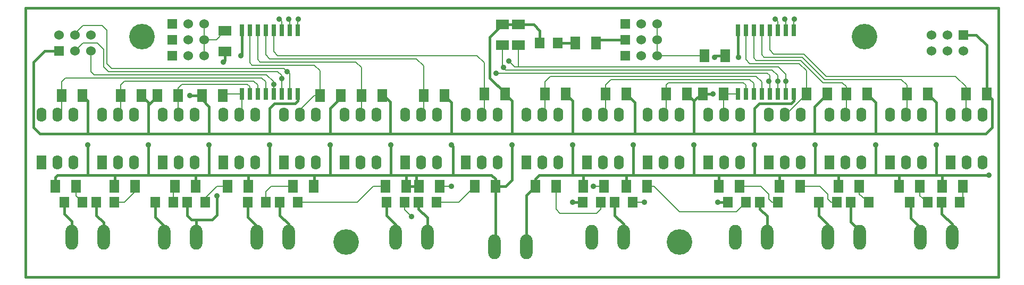
<source format=gtl>
G04 (created by PCBNEW-RS274X (2012-01-19 BZR 3256)-stable) date mar. 15 mai 2012 18:10:56 CEST*
G01*
G70*
G90*
%MOIN*%
G04 Gerber Fmt 3.4, Leading zero omitted, Abs format*
%FSLAX34Y34*%
G04 APERTURE LIST*
%ADD10C,0.006000*%
%ADD11C,0.015000*%
%ADD12R,0.060000X0.060000*%
%ADD13C,0.060000*%
%ADD14R,0.060000X0.080000*%
%ADD15R,0.062000X0.090000*%
%ADD16O,0.062000X0.090000*%
%ADD17R,0.062900X0.070900*%
%ADD18O,0.078000X0.156000*%
%ADD19R,0.080000X0.060000*%
%ADD20R,0.025000X0.075000*%
%ADD21C,0.160000*%
%ADD22C,0.035000*%
%ADD23C,0.015900*%
%ADD24C,0.008000*%
G04 APERTURE END LIST*
G54D10*
G54D11*
X90700Y-61700D02*
X90700Y-44800D01*
X29700Y-61700D02*
X90700Y-61700D01*
X29700Y-44800D02*
X29700Y-61700D01*
X90700Y-44800D02*
X29700Y-44800D01*
G54D12*
X67300Y-47800D03*
G54D13*
X68300Y-47800D03*
X69300Y-47800D03*
G54D12*
X67300Y-46800D03*
G54D13*
X68300Y-46800D03*
X69300Y-46800D03*
G54D12*
X67300Y-45800D03*
G54D13*
X68300Y-45800D03*
X69300Y-45800D03*
G54D14*
X73550Y-47800D03*
X72250Y-47800D03*
G54D15*
X61100Y-54500D03*
G54D16*
X62100Y-54500D03*
X63100Y-54500D03*
X63100Y-51500D03*
X62100Y-51500D03*
X61100Y-51500D03*
G54D15*
X64900Y-54500D03*
G54D16*
X65900Y-54500D03*
X66900Y-54500D03*
X66900Y-51500D03*
X65900Y-51500D03*
X64900Y-51500D03*
G54D15*
X68700Y-54500D03*
G54D16*
X69700Y-54500D03*
X70700Y-54500D03*
X70700Y-51500D03*
X69700Y-51500D03*
X68700Y-51500D03*
G54D15*
X72500Y-54500D03*
G54D16*
X73500Y-54500D03*
X74500Y-54500D03*
X74500Y-51500D03*
X73500Y-51500D03*
X72500Y-51500D03*
G54D15*
X76300Y-54500D03*
G54D16*
X77300Y-54500D03*
X78300Y-54500D03*
X78300Y-51500D03*
X77300Y-51500D03*
X76300Y-51500D03*
G54D15*
X80100Y-54500D03*
G54D16*
X81100Y-54500D03*
X82100Y-54500D03*
X82100Y-51500D03*
X81100Y-51500D03*
X80100Y-51500D03*
G54D15*
X83900Y-54500D03*
G54D16*
X84900Y-54500D03*
X85900Y-54500D03*
X85900Y-51500D03*
X84900Y-51500D03*
X83900Y-51500D03*
G54D15*
X87700Y-54500D03*
G54D16*
X88700Y-54500D03*
X89700Y-54500D03*
X89700Y-51500D03*
X88700Y-51500D03*
X87700Y-51500D03*
G54D14*
X63550Y-50200D03*
X62250Y-50200D03*
X67350Y-50200D03*
X66050Y-50200D03*
X71150Y-50200D03*
X69850Y-50200D03*
X72150Y-50200D03*
X73450Y-50200D03*
X79950Y-50200D03*
X78650Y-50200D03*
X82450Y-50200D03*
X81150Y-50200D03*
X86250Y-50200D03*
X84950Y-50200D03*
X89950Y-50200D03*
X88650Y-50200D03*
X62950Y-56000D03*
X61650Y-56000D03*
X65950Y-56000D03*
X64650Y-56000D03*
X68650Y-56000D03*
X67350Y-56000D03*
X74450Y-56000D03*
X73150Y-56000D03*
X78250Y-56000D03*
X76950Y-56000D03*
X81950Y-56000D03*
X80650Y-56000D03*
X85750Y-56000D03*
X84450Y-56000D03*
X88450Y-56000D03*
X87150Y-56000D03*
X55650Y-56000D03*
X54350Y-56000D03*
X57850Y-56000D03*
X59150Y-56000D03*
G54D15*
X30700Y-54500D03*
G54D16*
X31700Y-54500D03*
X32700Y-54500D03*
X32700Y-51500D03*
X31700Y-51500D03*
X30700Y-51500D03*
G54D15*
X34500Y-54500D03*
G54D16*
X35500Y-54500D03*
X36500Y-54500D03*
X36500Y-51500D03*
X35500Y-51500D03*
X34500Y-51500D03*
G54D15*
X38300Y-54500D03*
G54D16*
X39300Y-54500D03*
X40300Y-54500D03*
X40300Y-51500D03*
X39300Y-51500D03*
X38300Y-51500D03*
G54D15*
X42100Y-54500D03*
G54D16*
X43100Y-54500D03*
X44100Y-54500D03*
X44100Y-51500D03*
X43100Y-51500D03*
X42100Y-51500D03*
G54D15*
X45900Y-54500D03*
G54D16*
X46900Y-54500D03*
X47900Y-54500D03*
X47900Y-51500D03*
X46900Y-51500D03*
X45900Y-51500D03*
G54D15*
X49700Y-54500D03*
G54D16*
X50700Y-54500D03*
X51700Y-54500D03*
X51700Y-51500D03*
X50700Y-51500D03*
X49700Y-51500D03*
G54D15*
X53500Y-54500D03*
G54D16*
X54500Y-54500D03*
X55500Y-54500D03*
X55500Y-51500D03*
X54500Y-51500D03*
X53500Y-51500D03*
G54D15*
X57300Y-54500D03*
G54D16*
X58300Y-54500D03*
X59300Y-54500D03*
X59300Y-51500D03*
X58300Y-51500D03*
X57300Y-51500D03*
G54D14*
X52250Y-56000D03*
X53550Y-56000D03*
X46450Y-56000D03*
X47750Y-56000D03*
X42350Y-56000D03*
X43650Y-56000D03*
X39050Y-56000D03*
X40350Y-56000D03*
X36550Y-56000D03*
X35250Y-56000D03*
X32850Y-56000D03*
X31550Y-56000D03*
X59750Y-50200D03*
X58450Y-50200D03*
X55950Y-50300D03*
X54650Y-50300D03*
X52050Y-50300D03*
X50750Y-50300D03*
X49450Y-50300D03*
X48150Y-50300D03*
X40750Y-50300D03*
X42050Y-50300D03*
X37950Y-50300D03*
X39250Y-50300D03*
X36950Y-50300D03*
X35650Y-50300D03*
X33250Y-50300D03*
X31950Y-50300D03*
G54D17*
X39841Y-57000D03*
X40959Y-57000D03*
X37841Y-57000D03*
X38959Y-57000D03*
X34141Y-57000D03*
X35259Y-57000D03*
X32141Y-57000D03*
X33259Y-57000D03*
G54D18*
X52910Y-59200D03*
X54880Y-59200D03*
X44210Y-59200D03*
X46180Y-59200D03*
X38410Y-59200D03*
X40380Y-59200D03*
X32610Y-59200D03*
X34580Y-59200D03*
X85810Y-59200D03*
X87780Y-59200D03*
X80010Y-59200D03*
X81980Y-59200D03*
X74210Y-59200D03*
X76180Y-59200D03*
X65210Y-59200D03*
X67180Y-59200D03*
G54D17*
X54341Y-57000D03*
X55459Y-57000D03*
X52341Y-57000D03*
X53459Y-57000D03*
X45641Y-57000D03*
X46759Y-57000D03*
X43641Y-57000D03*
X44759Y-57000D03*
X87141Y-57000D03*
X88259Y-57000D03*
X85141Y-57000D03*
X86259Y-57000D03*
X81441Y-57000D03*
X82559Y-57000D03*
X79441Y-57000D03*
X80559Y-57000D03*
X75741Y-57000D03*
X76859Y-57000D03*
X73741Y-57000D03*
X74859Y-57000D03*
X66641Y-57000D03*
X67759Y-57000D03*
X64641Y-57000D03*
X65759Y-57000D03*
G54D19*
X60600Y-45850D03*
X60600Y-47150D03*
X59600Y-45850D03*
X59600Y-47150D03*
G54D12*
X31800Y-47500D03*
G54D13*
X31800Y-46500D03*
X32800Y-47500D03*
X32800Y-46500D03*
X33800Y-47500D03*
X33800Y-46500D03*
G54D12*
X88500Y-46500D03*
G54D13*
X88500Y-47500D03*
X87500Y-46500D03*
X87500Y-47500D03*
X86500Y-46500D03*
X86500Y-47500D03*
G54D18*
X59110Y-59800D03*
X61080Y-59800D03*
G54D12*
X38900Y-47800D03*
G54D13*
X39900Y-47800D03*
X40900Y-47800D03*
G54D12*
X38900Y-46800D03*
G54D13*
X39900Y-46800D03*
X40900Y-46800D03*
G54D12*
X38900Y-45800D03*
G54D13*
X39900Y-45800D03*
X40900Y-45800D03*
G54D19*
X42200Y-47550D03*
X42200Y-46250D03*
G54D20*
X46750Y-46200D03*
X46250Y-46200D03*
X45750Y-46200D03*
X45250Y-46200D03*
X44750Y-46200D03*
X44250Y-46200D03*
X43750Y-46200D03*
X43250Y-46200D03*
X43250Y-50200D03*
X43750Y-50200D03*
X44250Y-50200D03*
X44750Y-50200D03*
X45250Y-50200D03*
X45750Y-50200D03*
X46250Y-50200D03*
X46750Y-50200D03*
X77850Y-46200D03*
X77350Y-46200D03*
X76850Y-46200D03*
X76350Y-46200D03*
X75850Y-46200D03*
X75350Y-46200D03*
X74850Y-46200D03*
X74350Y-46200D03*
X74350Y-50200D03*
X74850Y-50200D03*
X75350Y-50200D03*
X75850Y-50200D03*
X76350Y-50200D03*
X76850Y-50200D03*
X77350Y-50200D03*
X77850Y-50200D03*
G54D14*
X64150Y-47000D03*
X65450Y-47000D03*
G54D17*
X61941Y-47000D03*
X63059Y-47000D03*
G54D21*
X37000Y-46600D03*
X82300Y-46600D03*
X70700Y-59500D03*
X49800Y-59500D03*
G54D22*
X72900Y-47900D03*
X72800Y-50200D03*
X40000Y-50300D03*
X42100Y-48200D03*
X59200Y-48900D03*
X45250Y-49600D03*
X76300Y-49400D03*
X73100Y-57000D03*
X64000Y-57000D03*
X41700Y-56600D03*
X45750Y-49250D03*
X59650Y-48550D03*
X76850Y-49400D03*
X60000Y-48150D03*
X77350Y-49400D03*
X46100Y-48800D03*
X43200Y-47800D03*
X74400Y-47900D03*
X45000Y-53400D03*
X60200Y-53400D03*
X33600Y-53400D03*
X71600Y-53400D03*
X90100Y-55300D03*
X83000Y-53400D03*
X41200Y-53400D03*
X79200Y-53400D03*
X75400Y-53400D03*
X67800Y-53400D03*
X64000Y-53400D03*
X86800Y-53400D03*
X37400Y-53400D03*
X48800Y-53400D03*
X56400Y-53400D03*
X52600Y-53400D03*
X68500Y-57000D03*
X65300Y-56000D03*
X46200Y-45500D03*
X77900Y-45500D03*
X76700Y-45500D03*
X56400Y-56000D03*
X53900Y-57900D03*
X77300Y-45500D03*
X45600Y-45500D03*
X46800Y-45500D03*
G54D23*
X73000Y-47800D02*
X73550Y-47800D01*
X72900Y-47900D02*
X73000Y-47800D01*
X49450Y-50300D02*
X49450Y-50450D01*
X52800Y-52700D02*
X53500Y-52700D01*
X59600Y-45850D02*
X60600Y-45850D01*
X83000Y-52700D02*
X83000Y-50750D01*
X56400Y-52700D02*
X56600Y-52700D01*
X89700Y-52700D02*
X89900Y-52700D01*
X89900Y-52700D02*
X90300Y-52300D01*
X45300Y-50800D02*
X45000Y-51100D01*
X46600Y-50800D02*
X45300Y-50800D01*
X46750Y-50650D02*
X46600Y-50800D01*
X67900Y-50750D02*
X67350Y-50200D01*
X49000Y-52700D02*
X49600Y-52700D01*
X89950Y-47150D02*
X89300Y-46500D01*
X64000Y-52700D02*
X67900Y-52700D01*
X86800Y-52700D02*
X86800Y-50750D01*
X79950Y-50200D02*
X79150Y-51000D01*
X83000Y-52700D02*
X86800Y-52700D01*
X46750Y-50200D02*
X46750Y-50650D01*
X71600Y-52700D02*
X75400Y-52700D01*
X40750Y-50550D02*
X41200Y-51000D01*
X89950Y-50200D02*
X89950Y-47150D01*
X60200Y-52700D02*
X60500Y-52700D01*
X30900Y-47500D02*
X30200Y-48200D01*
X57300Y-52700D02*
X60200Y-52700D01*
X83000Y-50750D02*
X82450Y-50200D01*
X77700Y-50800D02*
X75700Y-50800D01*
X56600Y-52700D02*
X57300Y-52700D01*
X64000Y-50650D02*
X63550Y-50200D01*
X33800Y-52700D02*
X37400Y-52700D01*
X77850Y-50650D02*
X77700Y-50800D01*
X75700Y-50800D02*
X75400Y-51100D01*
X79150Y-52700D02*
X79200Y-52700D01*
X58800Y-46650D02*
X59600Y-45850D01*
X30600Y-52700D02*
X33600Y-52700D01*
X33600Y-52700D02*
X33800Y-52700D01*
X41400Y-52700D02*
X41700Y-52700D01*
X41200Y-51000D02*
X41200Y-52700D01*
X52700Y-52700D02*
X52800Y-52700D01*
X59750Y-50200D02*
X59750Y-50150D01*
X77850Y-50200D02*
X77850Y-50650D01*
X61941Y-46241D02*
X61941Y-47000D01*
X86800Y-50750D02*
X86250Y-50200D01*
X53500Y-52700D02*
X56400Y-52700D01*
X61550Y-45850D02*
X61941Y-46241D01*
X67900Y-52700D02*
X71600Y-52700D01*
X89300Y-46500D02*
X88500Y-46500D01*
X72050Y-50200D02*
X71600Y-50650D01*
X30200Y-48200D02*
X30200Y-52300D01*
X41700Y-52700D02*
X45000Y-52700D01*
X60600Y-45850D02*
X61550Y-45850D01*
X64000Y-52700D02*
X64000Y-50650D01*
X37400Y-52700D02*
X37600Y-52700D01*
X48800Y-52700D02*
X49000Y-52700D01*
X52150Y-50300D02*
X52550Y-50700D01*
X52550Y-50700D02*
X52550Y-52700D01*
X52050Y-50300D02*
X52150Y-50300D01*
X56400Y-50750D02*
X56400Y-52700D01*
X55950Y-50300D02*
X56400Y-50750D01*
X31800Y-47500D02*
X30900Y-47500D01*
X37600Y-52700D02*
X37800Y-52700D01*
X60200Y-50650D02*
X59750Y-50200D01*
X75400Y-52700D02*
X79200Y-52700D01*
X37800Y-52700D02*
X41200Y-52700D01*
X40750Y-50300D02*
X40750Y-50550D01*
X60500Y-52700D02*
X64000Y-52700D01*
X86800Y-52700D02*
X89700Y-52700D01*
X45200Y-52700D02*
X45600Y-52700D01*
X42100Y-48200D02*
X42200Y-48100D01*
X42200Y-48100D02*
X42200Y-47550D01*
X40750Y-50300D02*
X40000Y-50300D01*
X45000Y-51100D02*
X45000Y-52700D01*
X45600Y-52700D02*
X48800Y-52700D01*
X79200Y-52700D02*
X83000Y-52700D01*
X30200Y-52300D02*
X30600Y-52700D01*
X79150Y-51000D02*
X79150Y-52700D01*
X48800Y-51100D02*
X48800Y-52700D01*
X37950Y-50350D02*
X37400Y-50900D01*
X59750Y-50150D02*
X58800Y-49200D01*
X75400Y-51100D02*
X75400Y-52700D01*
X71600Y-52700D02*
X71600Y-50650D01*
X37950Y-50300D02*
X37950Y-50350D01*
X52550Y-52700D02*
X52700Y-52700D01*
X58800Y-49200D02*
X58800Y-46650D01*
X41200Y-52700D02*
X41400Y-52700D01*
X45000Y-52700D02*
X45200Y-52700D01*
X72150Y-50200D02*
X72800Y-50200D01*
X37400Y-50900D02*
X37400Y-50750D01*
X71600Y-50650D02*
X71150Y-50200D01*
X33600Y-50650D02*
X33250Y-50300D01*
X67900Y-52700D02*
X67900Y-50750D01*
X37400Y-52700D02*
X37400Y-50900D01*
X37400Y-50750D02*
X36950Y-50300D01*
X72150Y-50200D02*
X72050Y-50200D01*
X90300Y-50550D02*
X89950Y-50200D01*
X49450Y-50450D02*
X48800Y-51100D01*
X60200Y-52700D02*
X60200Y-50650D01*
X33600Y-52700D02*
X33600Y-50650D01*
X90300Y-52300D02*
X90300Y-50550D01*
X49600Y-52700D02*
X52550Y-52700D01*
G54D24*
X59350Y-48900D02*
X59200Y-48900D01*
X76350Y-49300D02*
X76350Y-49050D01*
X76350Y-49050D02*
X76200Y-48900D01*
X59200Y-48900D02*
X59250Y-48950D01*
X76200Y-48900D02*
X76000Y-48900D01*
X76350Y-49400D02*
X76350Y-49300D01*
X45250Y-49600D02*
X45250Y-50200D01*
X33800Y-47500D02*
X33800Y-48800D01*
X76350Y-50200D02*
X76350Y-49400D01*
X34000Y-49000D02*
X44800Y-49000D01*
X76350Y-49400D02*
X76300Y-49400D01*
X76000Y-48900D02*
X59350Y-48900D01*
X45250Y-49550D02*
X45250Y-49450D01*
X59250Y-48950D02*
X59300Y-48950D01*
X44800Y-49000D02*
X45250Y-49450D01*
X33800Y-48800D02*
X34000Y-49000D01*
X45250Y-49550D02*
X45250Y-49600D01*
X76350Y-49300D02*
X76350Y-49250D01*
X45500Y-47800D02*
X58000Y-47800D01*
X58450Y-48250D02*
X58450Y-50200D01*
X58000Y-47800D02*
X58450Y-48250D01*
X45250Y-47550D02*
X45500Y-47800D01*
X58450Y-50200D02*
X58450Y-51350D01*
X58450Y-51350D02*
X58300Y-51500D01*
X45250Y-46200D02*
X45250Y-47550D01*
X54650Y-51350D02*
X54500Y-51500D01*
X54200Y-48000D02*
X54650Y-48450D01*
X44750Y-46200D02*
X44750Y-47750D01*
X54650Y-48450D02*
X54650Y-50300D01*
X44750Y-47750D02*
X45000Y-48000D01*
X45000Y-48000D02*
X54200Y-48000D01*
X54650Y-50300D02*
X54650Y-51350D01*
X78900Y-48700D02*
X79700Y-49500D01*
X78300Y-48100D02*
X78900Y-48700D01*
X80900Y-49500D02*
X81150Y-49750D01*
X81150Y-50200D02*
X81150Y-49750D01*
X75350Y-47950D02*
X75350Y-46200D01*
X75350Y-47950D02*
X75500Y-48100D01*
X75500Y-48100D02*
X78300Y-48100D01*
X79700Y-49500D02*
X80900Y-49500D01*
X81150Y-50200D02*
X81150Y-51450D01*
X81150Y-51450D02*
X81100Y-51500D01*
X78650Y-48750D02*
X78650Y-50200D01*
X75100Y-48300D02*
X78200Y-48300D01*
X77300Y-51500D02*
X77350Y-51500D01*
X78200Y-48300D02*
X78650Y-48750D01*
X74850Y-46200D02*
X74850Y-48050D01*
X74850Y-48050D02*
X75100Y-48300D01*
X77350Y-51500D02*
X78650Y-50200D01*
X73450Y-50200D02*
X73450Y-51450D01*
X74350Y-50200D02*
X73450Y-50200D01*
X73450Y-51450D02*
X73500Y-51500D01*
X69850Y-49650D02*
X69850Y-50200D01*
X74850Y-50200D02*
X74850Y-49650D01*
X70000Y-49500D02*
X69850Y-49650D01*
X74700Y-49500D02*
X70000Y-49500D01*
X69850Y-51350D02*
X69700Y-51500D01*
X74850Y-49650D02*
X74700Y-49500D01*
X69850Y-50200D02*
X69850Y-51350D01*
X66050Y-49650D02*
X66050Y-50200D01*
X75350Y-50200D02*
X75350Y-49550D01*
X66400Y-49300D02*
X66050Y-49650D01*
X75100Y-49300D02*
X66400Y-49300D01*
X75350Y-49550D02*
X75100Y-49300D01*
X66050Y-50200D02*
X66050Y-51350D01*
X66050Y-51350D02*
X65900Y-51500D01*
X75500Y-49100D02*
X62600Y-49100D01*
X62600Y-49100D02*
X62250Y-49450D01*
X75850Y-49450D02*
X75500Y-49100D01*
X62250Y-51350D02*
X62100Y-51500D01*
X75850Y-50200D02*
X75850Y-49450D01*
X62250Y-49450D02*
X62250Y-50200D01*
X62250Y-50200D02*
X62250Y-51350D01*
X50750Y-50300D02*
X50750Y-51450D01*
X50750Y-50200D02*
X50750Y-51450D01*
X44400Y-48200D02*
X50400Y-48200D01*
X44250Y-48050D02*
X44400Y-48200D01*
X50400Y-48200D02*
X50750Y-48550D01*
X50750Y-51450D02*
X50700Y-51500D01*
X50750Y-51450D02*
X50700Y-51500D01*
X50750Y-48550D02*
X50750Y-50300D01*
X44250Y-46200D02*
X44250Y-48050D01*
X47800Y-48400D02*
X48150Y-48750D01*
X47800Y-50300D02*
X46900Y-51200D01*
X43750Y-46200D02*
X43750Y-48250D01*
X48150Y-48750D02*
X48150Y-50300D01*
X48150Y-50300D02*
X47800Y-50300D01*
X43750Y-48250D02*
X43900Y-48400D01*
X46900Y-51200D02*
X46900Y-51500D01*
X43900Y-48400D02*
X47800Y-48400D01*
X43250Y-50200D02*
X43250Y-51350D01*
X43250Y-51350D02*
X43100Y-51500D01*
X43250Y-50200D02*
X42150Y-50200D01*
X42150Y-50200D02*
X42050Y-50300D01*
X43600Y-49600D02*
X39500Y-49600D01*
X39250Y-50300D02*
X39250Y-51450D01*
X43750Y-49750D02*
X43600Y-49600D01*
X39250Y-51450D02*
X39300Y-51500D01*
X43750Y-50200D02*
X43750Y-49750D01*
X39250Y-49850D02*
X39250Y-50300D01*
X39500Y-49600D02*
X39250Y-49850D01*
X35900Y-49400D02*
X44000Y-49400D01*
X44000Y-49400D02*
X44250Y-49650D01*
X44250Y-49650D02*
X44250Y-50200D01*
X35650Y-49650D02*
X35900Y-49400D01*
X35650Y-50300D02*
X35650Y-49650D01*
X35650Y-51350D02*
X35500Y-51500D01*
X35650Y-50300D02*
X35650Y-51350D01*
X44750Y-50200D02*
X44750Y-49450D01*
X31950Y-51250D02*
X31700Y-51500D01*
X31950Y-49450D02*
X31950Y-50300D01*
X44500Y-49200D02*
X32200Y-49200D01*
X31950Y-50300D02*
X31950Y-51250D01*
X32200Y-49200D02*
X31950Y-49450D01*
X44750Y-49450D02*
X44500Y-49200D01*
X85100Y-49100D02*
X88000Y-49100D01*
X76350Y-47450D02*
X76600Y-47700D01*
X76600Y-47700D02*
X78500Y-47700D01*
X78500Y-47700D02*
X79900Y-49100D01*
X79900Y-49100D02*
X85100Y-49100D01*
X76350Y-46200D02*
X76350Y-47450D01*
X88650Y-49750D02*
X88650Y-50200D01*
X88000Y-49100D02*
X88650Y-49750D01*
X88650Y-50200D02*
X88650Y-51450D01*
X88650Y-51450D02*
X88700Y-51500D01*
X79200Y-48700D02*
X79800Y-49300D01*
X78400Y-47900D02*
X79200Y-48700D01*
X84600Y-49300D02*
X84950Y-49650D01*
X84950Y-50200D02*
X84950Y-49650D01*
X75850Y-47750D02*
X75850Y-46200D01*
X75850Y-47750D02*
X76000Y-47900D01*
X76000Y-47900D02*
X78400Y-47900D01*
X79800Y-49300D02*
X84600Y-49300D01*
X84950Y-51450D02*
X84900Y-51500D01*
X84950Y-50200D02*
X84950Y-51450D01*
G54D23*
X54880Y-57980D02*
X54341Y-57441D01*
X54341Y-57441D02*
X54341Y-57000D01*
X54880Y-59200D02*
X54880Y-57980D01*
X52341Y-57841D02*
X52341Y-57000D01*
X52910Y-58410D02*
X52341Y-57841D01*
X52910Y-59200D02*
X52910Y-58410D01*
X81980Y-59200D02*
X81980Y-58780D01*
X81441Y-58241D02*
X81441Y-57000D01*
X81980Y-58780D02*
X81441Y-58241D01*
X80010Y-59200D02*
X80010Y-58410D01*
X80010Y-58410D02*
X79441Y-57841D01*
X79441Y-57841D02*
X79441Y-57000D01*
X76180Y-57880D02*
X75741Y-57441D01*
X76180Y-59200D02*
X76180Y-57880D01*
X75741Y-57441D02*
X75741Y-57000D01*
X73100Y-57000D02*
X73741Y-57000D01*
X66641Y-57841D02*
X66641Y-57000D01*
X67180Y-59200D02*
X67180Y-58380D01*
X67180Y-58380D02*
X66641Y-57841D01*
X64000Y-57000D02*
X64641Y-57000D01*
X46180Y-58380D02*
X45641Y-57841D01*
X45641Y-57841D02*
X45641Y-57000D01*
X46180Y-59200D02*
X46180Y-58380D01*
X44210Y-58510D02*
X43641Y-57941D01*
X43641Y-57941D02*
X43641Y-57000D01*
X44210Y-59200D02*
X44210Y-58510D01*
X41700Y-57800D02*
X41400Y-58100D01*
X41400Y-58100D02*
X41300Y-58100D01*
X41300Y-58100D02*
X40500Y-58100D01*
X39841Y-57841D02*
X40100Y-58100D01*
X41700Y-56600D02*
X41700Y-57800D01*
X39841Y-57800D02*
X39841Y-57841D01*
X39841Y-57800D02*
X39841Y-57000D01*
X40380Y-58400D02*
X40380Y-58100D01*
X40100Y-58100D02*
X40400Y-58100D01*
X40380Y-59120D02*
X40380Y-59200D01*
X40500Y-58100D02*
X40400Y-58100D01*
X40380Y-59200D02*
X40380Y-58400D01*
X40380Y-58100D02*
X40400Y-58100D01*
X40380Y-58400D02*
X40380Y-58380D01*
X37841Y-57941D02*
X37841Y-57000D01*
X38410Y-58510D02*
X37841Y-57941D01*
X38410Y-59200D02*
X38410Y-58510D01*
X34580Y-59200D02*
X34580Y-58280D01*
X34580Y-58280D02*
X34141Y-57841D01*
X34141Y-57841D02*
X34141Y-57000D01*
X32610Y-59200D02*
X32610Y-58210D01*
X32141Y-57741D02*
X32141Y-57000D01*
X32610Y-58210D02*
X32141Y-57741D01*
X87780Y-58380D02*
X87141Y-57741D01*
X87141Y-57741D02*
X87141Y-57000D01*
X87780Y-59200D02*
X87780Y-58380D01*
X85200Y-57159D02*
X85141Y-57000D01*
X85200Y-58000D02*
X85200Y-57159D01*
X85810Y-58610D02*
X85200Y-58000D01*
X85810Y-59200D02*
X85810Y-58610D01*
G54D24*
X45750Y-49250D02*
X45750Y-49450D01*
X76850Y-49050D02*
X76500Y-48700D01*
X76850Y-49400D02*
X76850Y-49050D01*
X45750Y-49050D02*
X45750Y-49250D01*
X76850Y-50200D02*
X76850Y-49400D01*
X59800Y-48700D02*
X65700Y-48700D01*
X45500Y-48800D02*
X45750Y-49050D01*
X59650Y-48550D02*
X59800Y-48700D01*
X59600Y-48500D02*
X59650Y-48550D01*
X59600Y-47150D02*
X59600Y-48500D01*
X32800Y-47500D02*
X33300Y-47000D01*
X34600Y-47400D02*
X34600Y-48518D01*
X33300Y-47000D02*
X34200Y-47000D01*
X76500Y-48700D02*
X65700Y-48700D01*
X34882Y-48800D02*
X45500Y-48800D01*
X45750Y-49450D02*
X45750Y-50200D01*
X34200Y-47000D02*
X34600Y-47400D01*
X34600Y-48518D02*
X34882Y-48800D01*
X33300Y-45900D02*
X34500Y-45900D01*
X46250Y-48950D02*
X46250Y-49450D01*
X77350Y-50200D02*
X77350Y-49400D01*
X34800Y-48300D02*
X35100Y-48600D01*
X35100Y-48600D02*
X45900Y-48600D01*
X46100Y-48800D02*
X46125Y-48825D01*
X45900Y-48600D02*
X46150Y-48850D01*
X46150Y-48850D02*
X46250Y-48950D01*
X32800Y-46500D02*
X32800Y-46400D01*
X46125Y-48825D02*
X46150Y-48800D01*
X46150Y-48800D02*
X46150Y-48850D01*
X34800Y-46200D02*
X34800Y-48300D01*
X60600Y-47150D02*
X60600Y-48518D01*
X76886Y-48518D02*
X60600Y-48518D01*
X60600Y-48518D02*
X60368Y-48518D01*
X46250Y-49450D02*
X46250Y-50200D01*
X77350Y-49400D02*
X77350Y-48982D01*
X34500Y-45900D02*
X34800Y-46200D01*
X77350Y-48982D02*
X76886Y-48518D01*
X32800Y-46400D02*
X33300Y-45900D01*
X60368Y-48518D02*
X60000Y-48150D01*
G54D23*
X74350Y-47850D02*
X74400Y-47900D01*
X43250Y-46200D02*
X43250Y-47750D01*
X65650Y-46800D02*
X65450Y-47000D01*
X67300Y-46800D02*
X65650Y-46800D01*
X74350Y-46200D02*
X74350Y-47850D01*
X43250Y-47750D02*
X43200Y-47800D01*
X43650Y-56000D02*
X43650Y-55300D01*
X45000Y-55300D02*
X46600Y-55300D01*
X53100Y-55300D02*
X53500Y-55300D01*
X64700Y-55300D02*
X67400Y-55300D01*
X47800Y-55950D02*
X47750Y-56000D01*
X48800Y-55300D02*
X51800Y-55300D01*
X59150Y-55550D02*
X58900Y-55300D01*
X47800Y-55300D02*
X48800Y-55300D01*
X79200Y-55300D02*
X80600Y-55300D01*
X61080Y-59800D02*
X61080Y-56570D01*
X47800Y-55300D02*
X47800Y-55950D01*
X77000Y-55300D02*
X79200Y-55300D01*
X43650Y-55300D02*
X43700Y-55300D01*
X42800Y-55300D02*
X43700Y-55300D01*
X73150Y-56000D02*
X73150Y-55300D01*
X43900Y-55300D02*
X45000Y-55300D01*
X45000Y-55300D02*
X45000Y-53400D01*
X80650Y-55300D02*
X80600Y-55300D01*
X54350Y-56000D02*
X53550Y-56000D01*
X35300Y-55300D02*
X35300Y-55950D01*
X84450Y-55300D02*
X84500Y-55300D01*
X40350Y-56000D02*
X40350Y-55300D01*
X51800Y-55300D02*
X52600Y-55300D01*
X64000Y-55300D02*
X64700Y-55300D01*
X61900Y-55300D02*
X64000Y-55300D01*
X61650Y-56000D02*
X61650Y-55550D01*
X46600Y-55300D02*
X47800Y-55300D01*
X59150Y-59760D02*
X59110Y-59800D01*
X56500Y-55300D02*
X54200Y-55300D01*
X58900Y-55300D02*
X56500Y-55300D01*
X60200Y-53400D02*
X60200Y-55600D01*
X53550Y-56000D02*
X53550Y-55300D01*
X73150Y-55300D02*
X73200Y-55300D01*
X87150Y-55550D02*
X87150Y-55500D01*
X60200Y-55600D02*
X59800Y-56000D01*
X87150Y-55500D02*
X87150Y-56000D01*
X73200Y-55300D02*
X75400Y-55300D01*
X75400Y-55300D02*
X77000Y-55300D01*
X67350Y-56000D02*
X67350Y-55300D01*
X67350Y-55300D02*
X67400Y-55300D01*
X35300Y-55300D02*
X37400Y-55300D01*
X33600Y-53400D02*
X33600Y-55300D01*
X80650Y-56000D02*
X80650Y-55300D01*
X39000Y-55300D02*
X40400Y-55300D01*
X41200Y-55300D02*
X42800Y-55300D01*
X40400Y-55300D02*
X41200Y-55300D01*
X43700Y-55300D02*
X43900Y-55300D01*
X86800Y-55300D02*
X86900Y-55300D01*
X84500Y-55300D02*
X86800Y-55300D01*
X59150Y-56000D02*
X59150Y-59760D01*
X59150Y-56000D02*
X59150Y-55550D01*
X31700Y-55300D02*
X33600Y-55300D01*
X33600Y-55300D02*
X35300Y-55300D01*
X59800Y-56000D02*
X59150Y-56000D01*
X76950Y-55300D02*
X77000Y-55300D01*
X86800Y-55300D02*
X86900Y-55300D01*
X41200Y-53400D02*
X41200Y-55300D01*
X31550Y-55450D02*
X31700Y-55300D01*
X64650Y-55300D02*
X64700Y-55300D01*
X79200Y-53400D02*
X79200Y-55300D01*
X75400Y-53400D02*
X75400Y-55300D01*
X71600Y-53400D02*
X71600Y-55300D01*
X86800Y-53400D02*
X86800Y-55300D01*
X54200Y-55300D02*
X54200Y-55950D01*
X83000Y-53400D02*
X83000Y-55300D01*
X37400Y-55300D02*
X39000Y-55300D01*
X67800Y-55300D02*
X67800Y-53400D01*
X61650Y-55550D02*
X61900Y-55300D01*
X90100Y-55300D02*
X87200Y-55300D01*
X87200Y-55300D02*
X86800Y-55300D01*
X31550Y-56000D02*
X31550Y-55450D01*
X64000Y-55300D02*
X64000Y-53400D01*
X67400Y-55300D02*
X67800Y-55300D01*
X52600Y-55300D02*
X53100Y-55300D01*
X87150Y-55300D02*
X87200Y-55300D01*
X87150Y-55500D02*
X87150Y-55300D01*
X43650Y-55300D02*
X43700Y-55300D01*
X53500Y-55300D02*
X54200Y-55300D01*
X64650Y-56000D02*
X64650Y-55300D01*
X40350Y-55300D02*
X40400Y-55300D01*
X53550Y-55300D02*
X53500Y-55300D01*
X76950Y-56000D02*
X76950Y-55300D01*
X71600Y-55300D02*
X73200Y-55300D01*
X67800Y-55300D02*
X71600Y-55300D01*
X52600Y-53400D02*
X52600Y-55300D01*
X54200Y-55950D02*
X54250Y-56000D01*
X56500Y-53500D02*
X56500Y-55300D01*
X56400Y-53400D02*
X56500Y-53500D01*
X61080Y-56570D02*
X61650Y-56000D01*
X84450Y-56000D02*
X84450Y-55300D01*
X37400Y-53400D02*
X37400Y-55300D01*
X80650Y-55300D02*
X83000Y-55300D01*
X48800Y-53400D02*
X48800Y-55300D01*
X83000Y-55300D02*
X84500Y-55300D01*
X35300Y-55950D02*
X35250Y-56000D01*
G54D24*
X85750Y-56000D02*
X85750Y-56591D01*
X85750Y-56591D02*
X86259Y-57000D01*
X78250Y-56000D02*
X79500Y-56000D01*
X80200Y-57000D02*
X80559Y-57000D01*
X80000Y-56800D02*
X80200Y-57000D01*
X80000Y-56500D02*
X80000Y-56800D01*
X79500Y-56000D02*
X80000Y-56500D01*
X88450Y-56909D02*
X88259Y-57000D01*
X88450Y-56000D02*
X88450Y-56909D01*
X68500Y-57000D02*
X67759Y-57000D01*
X65950Y-56000D02*
X65300Y-56000D01*
X62950Y-57450D02*
X63200Y-57700D01*
X63200Y-57700D02*
X65500Y-57700D01*
X62950Y-56000D02*
X62950Y-57450D01*
X65759Y-57441D02*
X65759Y-57000D01*
X65500Y-57700D02*
X65759Y-57441D01*
X81950Y-56000D02*
X81950Y-56491D01*
X81950Y-56491D02*
X82559Y-57000D01*
X46250Y-45550D02*
X46250Y-46200D01*
X46250Y-45550D02*
X46200Y-45500D01*
X77850Y-46200D02*
X77850Y-45550D01*
X77850Y-45550D02*
X77900Y-45500D01*
X76850Y-46200D02*
X76850Y-45650D01*
X76850Y-45650D02*
X76700Y-45500D01*
X46759Y-57000D02*
X50500Y-57000D01*
X50500Y-57000D02*
X51500Y-56000D01*
X51500Y-56000D02*
X52250Y-56000D01*
X32850Y-56591D02*
X33259Y-57000D01*
X32850Y-56000D02*
X32850Y-56591D01*
X36550Y-56350D02*
X35900Y-57000D01*
X36550Y-56000D02*
X36550Y-56350D01*
X35900Y-57000D02*
X35259Y-57000D01*
X53459Y-57000D02*
X53459Y-57459D01*
X53459Y-57459D02*
X53900Y-57900D01*
X56400Y-56000D02*
X55650Y-56000D01*
X56850Y-57000D02*
X57850Y-56000D01*
X55459Y-57000D02*
X56850Y-57000D01*
X44759Y-56341D02*
X45100Y-56000D01*
X44759Y-57000D02*
X44759Y-56341D01*
X45100Y-56000D02*
X46450Y-56000D01*
X75800Y-56000D02*
X76300Y-56500D01*
X76300Y-56500D02*
X76300Y-56800D01*
X76300Y-56800D02*
X76500Y-57000D01*
X76500Y-57000D02*
X76859Y-57000D01*
X74450Y-56000D02*
X75800Y-56000D01*
X74259Y-57600D02*
X74859Y-57000D01*
X68650Y-56000D02*
X69100Y-56000D01*
X69100Y-56000D02*
X70700Y-57600D01*
X70700Y-57600D02*
X74259Y-57600D01*
X38959Y-56091D02*
X39050Y-56000D01*
X38959Y-57000D02*
X38959Y-56091D01*
X42350Y-56000D02*
X42000Y-56000D01*
X40959Y-57000D02*
X40959Y-56741D01*
X40959Y-56741D02*
X41700Y-56000D01*
X41700Y-56000D02*
X42350Y-56000D01*
X42000Y-56000D02*
X42350Y-56000D01*
X77350Y-46200D02*
X77350Y-45550D01*
X77350Y-45550D02*
X77300Y-45500D01*
X45750Y-45650D02*
X45600Y-45500D01*
X45750Y-45650D02*
X45750Y-46200D01*
X46750Y-45550D02*
X46750Y-46200D01*
X46750Y-45550D02*
X46800Y-45500D01*
G54D23*
X63059Y-47000D02*
X64150Y-47000D01*
G54D24*
X69300Y-45800D02*
X69300Y-46800D01*
X69300Y-46800D02*
X69300Y-47800D01*
X72250Y-47800D02*
X69300Y-47800D01*
X40900Y-46800D02*
X41650Y-46800D01*
X41650Y-46800D02*
X42200Y-46250D01*
X40900Y-45800D02*
X40900Y-46800D01*
X40900Y-46800D02*
X40900Y-47800D01*
M02*

</source>
